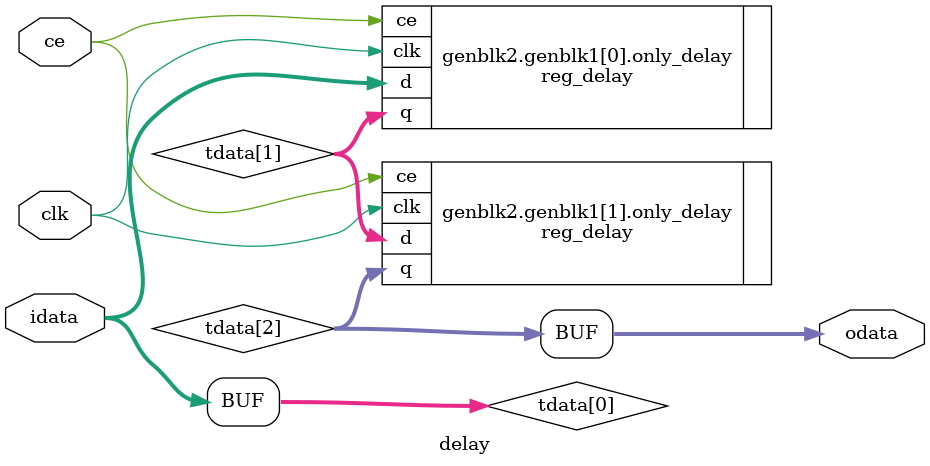
<source format=v>
`timescale 1ns / 1ps


module delay #(
    parameter N=5,
    parameter DELAY=2
)(
    input [N-1:0]idata,
    input clk,
    input ce,
    output [N-1:0]odata
);
 
wire [N-1:0] tdata [DELAY:0];
 
genvar i;
assign tdata [0] = idata;
generate
    if(DELAY==0)
    begin
    assign odata = idata;
    end if(DELAY>0)
    begin
    for(i=0; i<DELAY; i=i+1)
    begin
    reg_delay #(
        .N(N)
    )only_delay
    (
        .clk(clk),
        .ce(ce),
        .d(tdata[i]),
        .q(tdata[i+1])
    );
    end
    assign odata = tdata[DELAY];
    end
endgenerate
endmodule



</source>
